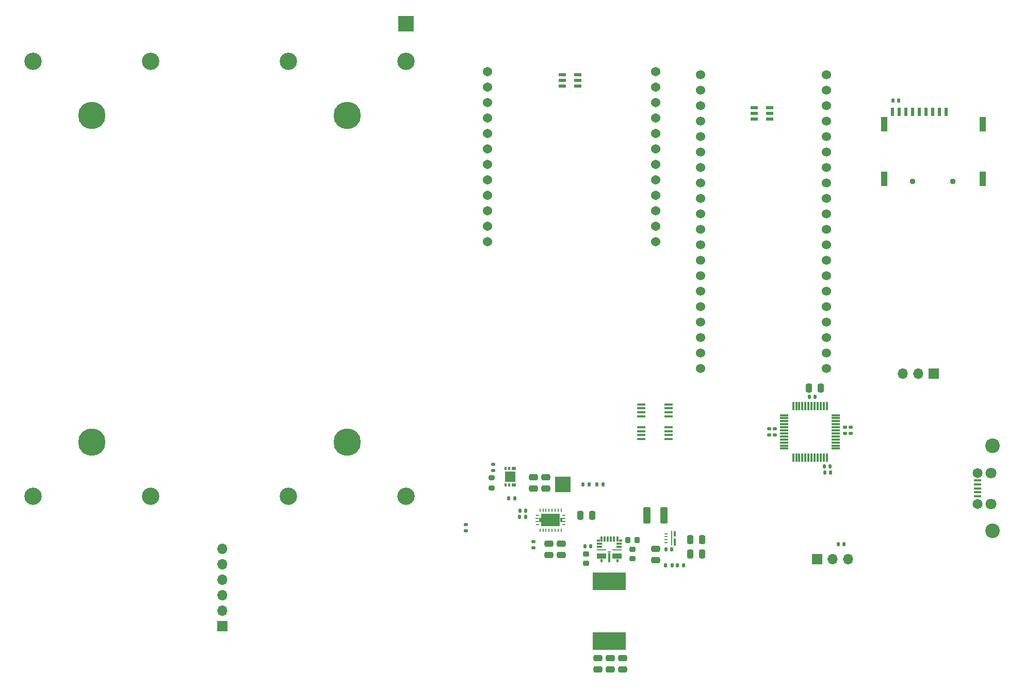
<source format=gbr>
%TF.GenerationSoftware,KiCad,Pcbnew,(6.0.9)*%
%TF.CreationDate,2023-04-17T01:59:29-04:00*%
%TF.ProjectId,TrailCounter,54726169-6c43-46f7-956e-7465722e6b69,rev?*%
%TF.SameCoordinates,Original*%
%TF.FileFunction,Soldermask,Top*%
%TF.FilePolarity,Negative*%
%FSLAX46Y46*%
G04 Gerber Fmt 4.6, Leading zero omitted, Abs format (unit mm)*
G04 Created by KiCad (PCBNEW (6.0.9)) date 2023-04-17 01:59:29*
%MOMM*%
%LPD*%
G01*
G04 APERTURE LIST*
G04 Aperture macros list*
%AMRoundRect*
0 Rectangle with rounded corners*
0 $1 Rounding radius*
0 $2 $3 $4 $5 $6 $7 $8 $9 X,Y pos of 4 corners*
0 Add a 4 corners polygon primitive as box body*
4,1,4,$2,$3,$4,$5,$6,$7,$8,$9,$2,$3,0*
0 Add four circle primitives for the rounded corners*
1,1,$1+$1,$2,$3*
1,1,$1+$1,$4,$5*
1,1,$1+$1,$6,$7*
1,1,$1+$1,$8,$9*
0 Add four rect primitives between the rounded corners*
20,1,$1+$1,$2,$3,$4,$5,0*
20,1,$1+$1,$4,$5,$6,$7,0*
20,1,$1+$1,$6,$7,$8,$9,0*
20,1,$1+$1,$8,$9,$2,$3,0*%
G04 Aperture macros list end*
%ADD10R,0.300000X1.475000*%
%ADD11R,1.475000X0.300000*%
%ADD12RoundRect,0.250000X-0.250000X-0.475000X0.250000X-0.475000X0.250000X0.475000X-0.250000X0.475000X0*%
%ADD13RoundRect,0.250000X-0.475000X0.250000X-0.475000X-0.250000X0.475000X-0.250000X0.475000X0.250000X0*%
%ADD14RoundRect,0.140000X-0.140000X-0.170000X0.140000X-0.170000X0.140000X0.170000X-0.140000X0.170000X0*%
%ADD15R,2.500000X2.500000*%
%ADD16RoundRect,0.140000X0.170000X-0.140000X0.170000X0.140000X-0.170000X0.140000X-0.170000X-0.140000X0*%
%ADD17RoundRect,0.135000X0.135000X0.185000X-0.135000X0.185000X-0.135000X-0.185000X0.135000X-0.185000X0*%
%ADD18R,0.875000X0.300000*%
%ADD19R,1.525000X0.250000*%
%ADD20R,1.525000X0.950000*%
%ADD21R,0.450000X0.600000*%
%ADD22R,0.300000X1.650000*%
%ADD23R,0.450000X0.875000*%
%ADD24R,0.300000X0.875000*%
%ADD25R,0.500000X0.350000*%
%ADD26R,0.600000X0.250000*%
%ADD27RoundRect,0.135000X-0.185000X0.135000X-0.185000X-0.135000X0.185000X-0.135000X0.185000X0.135000X0*%
%ADD28R,1.700000X1.700000*%
%ADD29O,1.700000X1.700000*%
%ADD30C,1.524000*%
%ADD31RoundRect,0.225000X-0.250000X0.225000X-0.250000X-0.225000X0.250000X-0.225000X0.250000X0.225000X0*%
%ADD32R,1.425000X0.450000*%
%ADD33C,0.950000*%
%ADD34R,1.100000X2.400000*%
%ADD35R,0.620000X1.400000*%
%ADD36RoundRect,0.250000X0.375000X1.075000X-0.375000X1.075000X-0.375000X-1.075000X0.375000X-1.075000X0*%
%ADD37RoundRect,0.250000X0.475000X-0.250000X0.475000X0.250000X-0.475000X0.250000X-0.475000X-0.250000X0*%
%ADD38R,1.250000X0.500000*%
%ADD39RoundRect,0.140000X0.140000X0.170000X-0.140000X0.170000X-0.140000X-0.170000X0.140000X-0.170000X0*%
%ADD40R,5.400000X2.900000*%
%ADD41RoundRect,0.140000X-0.170000X0.140000X-0.170000X-0.140000X0.170000X-0.140000X0.170000X0.140000X0*%
%ADD42RoundRect,0.225000X0.225000X0.250000X-0.225000X0.250000X-0.225000X-0.250000X0.225000X-0.250000X0*%
%ADD43RoundRect,0.200000X0.275000X-0.200000X0.275000X0.200000X-0.275000X0.200000X-0.275000X-0.200000X0*%
%ADD44R,0.600000X0.240000*%
%ADD45R,0.240000X0.600000*%
%ADD46R,3.050000X2.050000*%
%ADD47R,0.400000X0.750000*%
%ADD48R,0.525000X0.200000*%
%ADD49C,2.850000*%
%ADD50C,4.500000*%
%ADD51RoundRect,0.135000X0.185000X-0.135000X0.185000X0.135000X-0.185000X0.135000X-0.185000X-0.135000X0*%
%ADD52C,1.540000*%
%ADD53R,0.750000X0.500000*%
%ADD54R,0.400000X0.500000*%
%ADD55R,1.800000X1.800000*%
%ADD56RoundRect,0.135000X-0.135000X-0.185000X0.135000X-0.185000X0.135000X0.185000X-0.135000X0.185000X0*%
%ADD57R,1.300000X0.400000*%
%ADD58C,1.650000*%
%ADD59C,1.800000*%
%ADD60C,2.400000*%
%ADD61R,0.250000X2.400000*%
%ADD62R,0.300000X0.900000*%
%ADD63R,0.300000X1.200000*%
G04 APERTURE END LIST*
D10*
%TO.C,IC4*%
X172676000Y-88726000D03*
X172176000Y-88726000D03*
X171676000Y-88726000D03*
X171176000Y-88726000D03*
X170676000Y-88726000D03*
X170176000Y-88726000D03*
X169676000Y-88726000D03*
X169176000Y-88726000D03*
X168676000Y-88726000D03*
X168176000Y-88726000D03*
X167676000Y-88726000D03*
X167176000Y-88726000D03*
D11*
X165688000Y-90214000D03*
X165688000Y-90714000D03*
X165688000Y-91214000D03*
X165688000Y-91714000D03*
X165688000Y-92214000D03*
X165688000Y-92714000D03*
X165688000Y-93214000D03*
X165688000Y-93714000D03*
X165688000Y-94214000D03*
X165688000Y-94714000D03*
X165688000Y-95214000D03*
X165688000Y-95714000D03*
D10*
X167176000Y-97202000D03*
X167676000Y-97202000D03*
X168176000Y-97202000D03*
X168676000Y-97202000D03*
X169176000Y-97202000D03*
X169676000Y-97202000D03*
X170176000Y-97202000D03*
X170676000Y-97202000D03*
X171176000Y-97202000D03*
X171676000Y-97202000D03*
X172176000Y-97202000D03*
X172676000Y-97202000D03*
D11*
X174164000Y-95714000D03*
X174164000Y-95214000D03*
X174164000Y-94714000D03*
X174164000Y-94214000D03*
X174164000Y-93714000D03*
X174164000Y-93214000D03*
X174164000Y-92714000D03*
X174164000Y-92214000D03*
X174164000Y-91714000D03*
X174164000Y-91214000D03*
X174164000Y-90714000D03*
X174164000Y-90214000D03*
%TD*%
D12*
%TO.C,C19*%
X169788800Y-85750400D03*
X171688800Y-85750400D03*
%TD*%
%TO.C,C16*%
X150281600Y-113030000D03*
X152181600Y-113030000D03*
%TD*%
%TO.C,C15*%
X150281600Y-110642400D03*
X152181600Y-110642400D03*
%TD*%
D13*
%TO.C,C13*%
X144627600Y-112181600D03*
X144627600Y-114081600D03*
%TD*%
D14*
%TO.C,C10*%
X132971600Y-111760000D03*
X133931600Y-111760000D03*
%TD*%
D15*
%TO.C,TP1*%
X103632000Y-25908000D03*
%TD*%
D16*
%TO.C,C4*%
X117957600Y-99286000D03*
X117957600Y-98326000D03*
%TD*%
D17*
%TO.C,R7*%
X149201600Y-114909600D03*
X148181600Y-114909600D03*
%TD*%
D18*
%TO.C,IC3*%
X135395600Y-111318000D03*
X135395600Y-111818000D03*
D19*
X135720600Y-112318000D03*
D20*
X135720600Y-113368000D03*
D21*
X135682600Y-114143000D03*
D22*
X137007600Y-113618000D03*
D21*
X138332600Y-114143000D03*
D20*
X138294600Y-113368000D03*
D19*
X138294600Y-112318000D03*
D18*
X138619600Y-111818000D03*
X138619600Y-111318000D03*
D23*
X138332600Y-110531000D03*
D24*
X137757600Y-110531000D03*
X137257600Y-110531000D03*
X136757600Y-110531000D03*
X136257600Y-110531000D03*
D23*
X135682600Y-110531000D03*
D25*
X135207600Y-110793000D03*
D26*
X137007600Y-112668000D03*
D25*
X138807600Y-110793000D03*
%TD*%
D27*
%TO.C,TH1*%
X113487200Y-108202000D03*
X113487200Y-109222000D03*
%TD*%
D13*
%TO.C,C7*%
X139192000Y-130114000D03*
X139192000Y-132014000D03*
%TD*%
D28*
%TO.C,J4*%
X171145200Y-113842800D03*
D29*
X173685200Y-113842800D03*
X176225200Y-113842800D03*
%TD*%
D28*
%TO.C,J5*%
X190231000Y-83362800D03*
D29*
X187691000Y-83362800D03*
X185151000Y-83362800D03*
%TD*%
D30*
%TO.C,U4*%
X152006000Y-34290000D03*
X152006000Y-36830000D03*
X152006000Y-39370000D03*
X152006000Y-41910000D03*
X152006000Y-44450000D03*
X152006000Y-46990000D03*
X152006000Y-49530000D03*
X152006000Y-52070000D03*
X152006000Y-54610000D03*
X152006000Y-57150000D03*
X152006000Y-59690000D03*
X152006000Y-62230000D03*
X152006000Y-64770000D03*
X152006000Y-67310000D03*
X152006000Y-69850000D03*
X152006000Y-72390000D03*
X152006000Y-74930000D03*
X152006000Y-77470000D03*
X152006000Y-80010000D03*
X152006000Y-82550000D03*
X172606000Y-34290000D03*
X172606000Y-36830000D03*
X172606000Y-39370000D03*
X172606000Y-41910000D03*
X172606000Y-44450000D03*
X172606000Y-46990000D03*
X172606000Y-49530000D03*
X172606000Y-52070000D03*
X172606000Y-54610000D03*
X172606000Y-57150000D03*
X172606000Y-59690000D03*
X172606000Y-62230000D03*
X172606000Y-64770000D03*
X172606000Y-67310000D03*
X172606000Y-69850000D03*
X172606000Y-72390000D03*
X172606000Y-74930000D03*
X172606000Y-77470000D03*
X172606000Y-80010000D03*
X172606000Y-82550000D03*
%TD*%
D31*
%TO.C,C12*%
X140817600Y-112255000D03*
X140817600Y-113805000D03*
%TD*%
D32*
%TO.C,IC6*%
X142263200Y-92192200D03*
X142263200Y-92842200D03*
X142263200Y-93492200D03*
X142263200Y-94142200D03*
X146687200Y-94142200D03*
X146687200Y-93492200D03*
X146687200Y-92842200D03*
X146687200Y-92192200D03*
%TD*%
D14*
%TO.C,C22*%
X169801600Y-87223600D03*
X170761600Y-87223600D03*
%TD*%
D33*
%TO.C,J2*%
X186800200Y-51797000D03*
X193400200Y-51797000D03*
D34*
X182120200Y-42377000D03*
X182120200Y-51377000D03*
X198270200Y-51377000D03*
X198270200Y-42377000D03*
D35*
X192300200Y-40377000D03*
X191200200Y-40377000D03*
X190100200Y-40377000D03*
X189000200Y-40377000D03*
X187900200Y-40377000D03*
X186800200Y-40377000D03*
X185700200Y-40377000D03*
X184600200Y-40377000D03*
X183500200Y-40377000D03*
%TD*%
D36*
%TO.C,L2*%
X145926000Y-106680000D03*
X143126000Y-106680000D03*
%TD*%
D37*
%TO.C,C2*%
X126593600Y-102296000D03*
X126593600Y-100396000D03*
%TD*%
D38*
%TO.C,Q1*%
X160802000Y-39690000D03*
X160802000Y-40640000D03*
X160802000Y-41590000D03*
X163302000Y-41590000D03*
X163302000Y-40640000D03*
X163302000Y-39690000D03*
%TD*%
D39*
%TO.C,C25*%
X173250800Y-98653600D03*
X172290800Y-98653600D03*
%TD*%
D40*
%TO.C,L1*%
X137007600Y-117478000D03*
X137007600Y-127378000D03*
%TD*%
D41*
%TO.C,C20*%
X176631600Y-92230000D03*
X176631600Y-93190000D03*
%TD*%
D39*
%TO.C,C18*%
X175521800Y-111455200D03*
X174561800Y-111455200D03*
%TD*%
%TO.C,R9*%
X184477600Y-38506400D03*
X183517600Y-38506400D03*
%TD*%
D42*
%TO.C,C17*%
X141592600Y-110744000D03*
X140042600Y-110744000D03*
%TD*%
D43*
%TO.C,R5*%
X117703600Y-102171000D03*
X117703600Y-100521000D03*
%TD*%
D41*
%TO.C,C27*%
X164185600Y-92484000D03*
X164185600Y-93444000D03*
%TD*%
%TO.C,C23*%
X163220400Y-92484000D03*
X163220400Y-93444000D03*
%TD*%
D31*
%TO.C,C11*%
X133197600Y-113017000D03*
X133197600Y-114567000D03*
%TD*%
D17*
%TO.C,R8*%
X147271200Y-114909600D03*
X146251200Y-114909600D03*
%TD*%
D44*
%TO.C,IC1*%
X129505600Y-106692000D03*
D45*
X129105600Y-105792000D03*
X128605600Y-105792000D03*
X128105600Y-105792000D03*
X127605600Y-105792000D03*
X127105600Y-105792000D03*
X126605600Y-105792000D03*
X126105600Y-105792000D03*
X125605600Y-105792000D03*
D44*
X125205600Y-106692000D03*
X125205600Y-108192000D03*
D45*
X125605600Y-109092000D03*
X126105600Y-109092000D03*
X126605600Y-109092000D03*
X127105600Y-109092000D03*
X127605600Y-109092000D03*
X128105600Y-109092000D03*
X128605600Y-109092000D03*
X129105600Y-109092000D03*
D44*
X129505600Y-108192000D03*
D46*
X127355600Y-107442000D03*
D47*
X129080600Y-107442000D03*
X125630600Y-107442000D03*
D48*
X129544600Y-107167000D03*
X129544600Y-107717000D03*
X125166600Y-107167000D03*
X125166600Y-107717000D03*
%TD*%
D32*
%TO.C,IC5*%
X142263200Y-88433000D03*
X142263200Y-89083000D03*
X142263200Y-89733000D03*
X142263200Y-90383000D03*
X146687200Y-90383000D03*
X146687200Y-89733000D03*
X146687200Y-89083000D03*
X146687200Y-88433000D03*
%TD*%
D49*
%TO.C,U2*%
X61720000Y-103518000D03*
X61720000Y-32118000D03*
X42420000Y-32118000D03*
X42420000Y-103518000D03*
D50*
X52070000Y-94668000D03*
X52070000Y-40968000D03*
%TD*%
D41*
%TO.C,C24*%
X175666400Y-92230000D03*
X175666400Y-93190000D03*
%TD*%
D14*
%TO.C,C3*%
X122331600Y-105918000D03*
X123291600Y-105918000D03*
%TD*%
%TO.C,C14*%
X146281200Y-112268000D03*
X147241200Y-112268000D03*
%TD*%
D12*
%TO.C,C26*%
X132247600Y-106680000D03*
X134147600Y-106680000D03*
%TD*%
D51*
%TO.C,R4*%
X124561600Y-112016000D03*
X124561600Y-110996000D03*
%TD*%
D17*
%TO.C,R2*%
X133707600Y-101600000D03*
X132687600Y-101600000D03*
%TD*%
D15*
%TO.C,TP2*%
X129387600Y-101600000D03*
%TD*%
D52*
%TO.C,U5*%
X117010000Y-33782000D03*
X117010000Y-36322000D03*
X117010000Y-38862000D03*
X117010000Y-41402000D03*
X117010000Y-43942000D03*
X117010000Y-46482000D03*
X117010000Y-49022000D03*
X117010000Y-51562000D03*
X117010000Y-54102000D03*
X117010000Y-56642000D03*
X117010000Y-59182000D03*
X117010000Y-61722000D03*
X144610000Y-33782000D03*
X144610000Y-36322000D03*
X144610000Y-38862000D03*
X144610000Y-41402000D03*
X144610000Y-43942000D03*
X144610000Y-46482000D03*
X144610000Y-49022000D03*
X144610000Y-51562000D03*
X144610000Y-54102000D03*
X144610000Y-56642000D03*
X144610000Y-59182000D03*
X144610000Y-61722000D03*
%TD*%
D39*
%TO.C,C21*%
X173301600Y-99669600D03*
X172341600Y-99669600D03*
%TD*%
D13*
%TO.C,C6*%
X127101600Y-111318000D03*
X127101600Y-113218000D03*
%TD*%
D17*
%TO.C,R1*%
X135993600Y-101600000D03*
X134973600Y-101600000D03*
%TD*%
D28*
%TO.C,J3*%
X73456800Y-124917200D03*
D29*
X73456800Y-122377200D03*
X73456800Y-119837200D03*
X73456800Y-117297200D03*
X73456800Y-114757200D03*
X73456800Y-112217200D03*
%TD*%
D37*
%TO.C,C1*%
X124561600Y-102296000D03*
X124561600Y-100396000D03*
%TD*%
D53*
%TO.C,IC2*%
X121351600Y-98980000D03*
D54*
X120576600Y-98980000D03*
X119976600Y-98980000D03*
X119976600Y-101680000D03*
X120576600Y-101680000D03*
D53*
X121351600Y-101680000D03*
D55*
X120751600Y-100330000D03*
%TD*%
D56*
%TO.C,R3*%
X122273600Y-106934000D03*
X123293600Y-106934000D03*
%TD*%
%TO.C,R6*%
X120495600Y-103886000D03*
X121515600Y-103886000D03*
%TD*%
D38*
%TO.C,Q2*%
X129306000Y-34254400D03*
X129306000Y-35204400D03*
X129306000Y-36154400D03*
X131806000Y-36154400D03*
X131806000Y-35204400D03*
X131806000Y-34254400D03*
%TD*%
D57*
%TO.C,J1*%
X197456000Y-103560400D03*
X197456000Y-102910400D03*
X197456000Y-102260400D03*
X197456000Y-101610400D03*
X197456000Y-100960400D03*
D58*
X197456000Y-99710400D03*
X197456000Y-104810400D03*
D59*
X199656000Y-99710400D03*
X199656000Y-104810400D03*
D60*
X199906000Y-109260400D03*
X199906000Y-95260400D03*
%TD*%
D37*
%TO.C,C9*%
X137160000Y-132014000D03*
X137160000Y-130114000D03*
%TD*%
D13*
%TO.C,C5*%
X129133600Y-111318000D03*
X129133600Y-113218000D03*
%TD*%
D26*
%TO.C,U3*%
X146330200Y-111189200D03*
X146330200Y-110689200D03*
X146330200Y-110189200D03*
X146330200Y-109689200D03*
D61*
X147230200Y-110439200D03*
D62*
X147770200Y-109689200D03*
D63*
X147770200Y-111039200D03*
%TD*%
D49*
%TO.C,U1*%
X103630000Y-103518000D03*
X103630000Y-32118000D03*
X84330000Y-32118000D03*
X84330000Y-103518000D03*
D50*
X93980000Y-94668000D03*
X93980000Y-40968000D03*
%TD*%
D37*
%TO.C,C8*%
X135128000Y-131998800D03*
X135128000Y-130098800D03*
%TD*%
M02*

</source>
